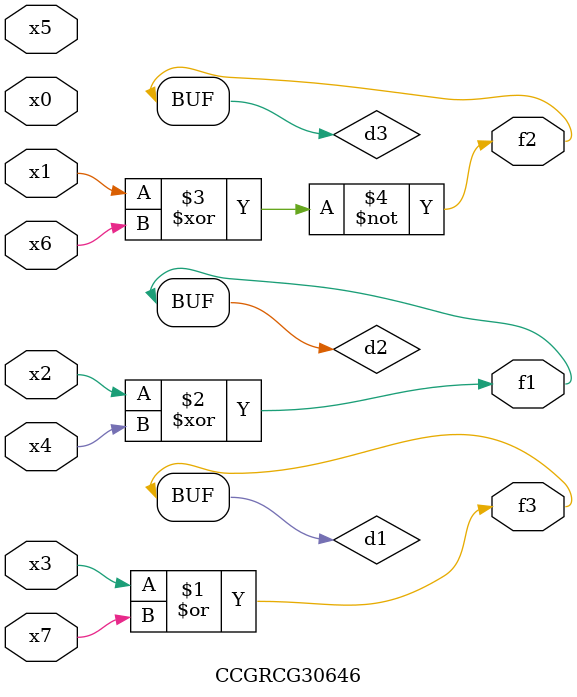
<source format=v>
module CCGRCG30646(
	input x0, x1, x2, x3, x4, x5, x6, x7,
	output f1, f2, f3
);

	wire d1, d2, d3;

	or (d1, x3, x7);
	xor (d2, x2, x4);
	xnor (d3, x1, x6);
	assign f1 = d2;
	assign f2 = d3;
	assign f3 = d1;
endmodule

</source>
